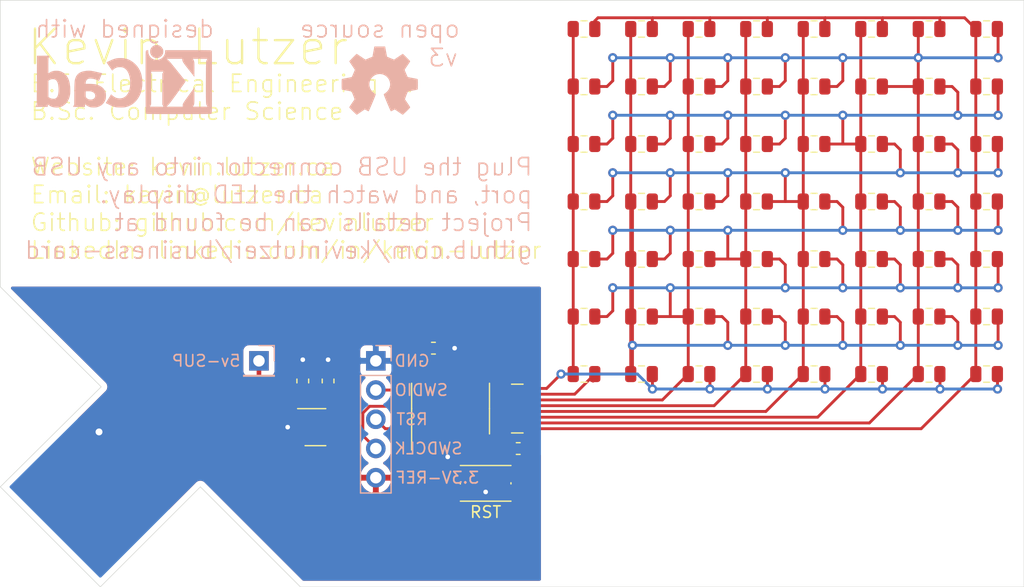
<source format=kicad_pcb>
(kicad_pcb (version 20171130) (host pcbnew "(5.1.5-0-10_14)")
  (layers (0 Top signal) (1 Route2 signal) (2 Route3 signal) (3 Route4 signal) (4 Route5 signal) (5 Route6 signal) (6 Route7 signal) (7 Route8 signal) (8 Route9 signal) (9 Route10 signal) (10 Route11 signal) (11 Route12 signal) (12 Route13 signal) (13 Route14 signal) (14 Route15 signal) (31 Bottom signal) (34 B.Paste user) (35 F.Paste user) (36 B.SilkS user) (37 F.SilkS user) (38 B.Mask user) (39 F.Mask user) (44 Edge.Cuts user))
  (net 0 "")
  (net 1 GND)
  (net 2 +5V)
  (net 3 +3V3)
  (net 4 RST)
  (net 5 SWDIO)
  (net 6 PING)
  (net 7 PINF)
  (net 8 PINE)
  (net 9 PIND)
  (net 10 PINC)
  (net 11 PINB)
  (net 12 PINH)
  (net 13 PINA)
  (net 14 SWDCLK-BOOT0)
  (net 15 "Net-(D1-Pad2)")
  (net 16 "Net-(D1-Pad1)")
  (net 17 "Net-(D10-Pad1)")
  (net 18 "Net-(D10-Pad2)")
  (net 19 "Net-(D11-Pad2)")
  (net 20 "Net-(D12-Pad2)")
  (net 21 "Net-(D13-Pad2)")
  (net 22 "Net-(D14-Pad2)")
  (module Kevin-Lutzer-Kicad-Lbr:USB-A-PCB (layer Top) (at 111.96828 122.5423 45)
    (fp_text reference J3 hide)
    (fp_text value USB_A hide)
    (pad 4 smd rect (at -0.2 -3.5 45) (size 7.5 1.5) (layers Top F.Paste F.Mask) (net 1 GND))
    (pad 3 smd rect (at 0.3 -1 45) (size 6.5 1) (layers Top F.Paste F.Mask))
    (pad 2 smd rect (at 0.3 1 45) (size 6.5 1) (layers Top F.Paste F.Mask))
    (pad 1 smd rect (at -0.2 3.5 45) (size 7.5 1.5) (layers Top F.Paste F.Mask) (net 2 +5V))
  )
  (module Resistor_SMD:R_0805_2012Metric (layer Top) (at 189.75 102 180)
    (fp_text reference D40 hide)
    (fp_text value LED hide)
    (pad 2 smd roundrect (at 0.9375 0 180) (size 0.975 1.4) (layers Top F.Paste F.Mask) (net 16 "Net-(D1-Pad1)"))
    (pad 1 smd roundrect (at -0.9375 0 180) (size 0.975 1.4) (layers Top F.Paste F.Mask) (net 19 "Net-(D11-Pad2)"))
  )
  (module Resistor_SMD:R_0805_2012Metric (layer Top) (at 184.75 102 180)
    (fp_text reference D39 hide)
    (fp_text value LED hide)
    (pad 2 smd roundrect (at 0.9375 0 180) (size 0.975 1.4) (layers Top F.Paste F.Mask) (net 17 "Net-(D10-Pad1)"))
    (pad 1 smd roundrect (at -0.9375 0 180) (size 0.975 1.4) (layers Top F.Paste F.Mask) (net 19 "Net-(D11-Pad2)"))
  )
  (module Resistor_SMD:R_0805_2012Metric (layer Top) (at 179.75 102 180)
    (fp_text reference D38 hide)
    (fp_text value LED hide)
    (pad 2 smd roundrect (at 0.9375 0 180) (size 0.975 1.4) (layers Top F.Paste F.Mask) (net 22 "Net-(D14-Pad2)"))
    (pad 1 smd roundrect (at -0.9375 0 180) (size 0.975 1.4) (layers Top F.Paste F.Mask) (net 19 "Net-(D11-Pad2)"))
  )
  (module Resistor_SMD:R_0805_2012Metric (layer Top) (at 174.75 102 180)
    (fp_text reference D37 hide)
    (fp_text value LED hide)
    (pad 2 smd roundrect (at 0.9375 0 180) (size 0.975 1.4) (layers Top F.Paste F.Mask) (net 21 "Net-(D13-Pad2)"))
    (pad 1 smd roundrect (at -0.9375 0 180) (size 0.975 1.4) (layers Top F.Paste F.Mask) (net 19 "Net-(D11-Pad2)"))
  )
  (module Resistor_SMD:R_0805_2012Metric (layer Top) (at 169.75 102 180)
    (fp_text reference D36 hide)
    (fp_text value LED hide)
    (pad 2 smd roundrect (at 0.9375 0 180) (size 0.975 1.4) (layers Top F.Paste F.Mask) (net 20 "Net-(D12-Pad2)"))
    (pad 1 smd roundrect (at -0.9375 0 180) (size 0.975 1.4) (layers Top F.Paste F.Mask) (net 19 "Net-(D11-Pad2)"))
  )
  (module Resistor_SMD:R_0805_2012Metric (layer Top) (at 164.75 102 180)
    (fp_text reference D35 hide)
    (fp_text value LED hide)
    (pad 2 smd roundrect (at 0.9375 0 180) (size 0.975 1.4) (layers Top F.Paste F.Mask) (net 19 "Net-(D11-Pad2)"))
    (pad 1 smd roundrect (at -0.9375 0 180) (size 0.975 1.4) (layers Top F.Paste F.Mask) (net 20 "Net-(D12-Pad2)"))
  )
  (module Resistor_SMD:R_0805_2012Metric (layer Top) (at 159.75 102 180)
    (fp_text reference D34 hide)
    (fp_text value LED hide)
    (pad 2 smd roundrect (at 0.9375 0 180) (size 0.975 1.4) (layers Top F.Paste F.Mask) (net 18 "Net-(D10-Pad2)"))
    (pad 1 smd roundrect (at -0.9375 0 180) (size 0.975 1.4) (layers Top F.Paste F.Mask) (net 20 "Net-(D12-Pad2)"))
  )
  (module Resistor_SMD:R_0805_2012Metric (layer Top) (at 154.75 102 180)
    (fp_text reference D33 hide)
    (fp_text value LED hide)
    (pad 2 smd roundrect (at 0.9375 0 180) (size 0.975 1.4) (layers Top F.Paste F.Mask) (net 15 "Net-(D1-Pad2)"))
    (pad 1 smd roundrect (at -0.9375 0 180) (size 0.975 1.4) (layers Top F.Paste F.Mask) (net 20 "Net-(D12-Pad2)"))
  )
  (module Resistor_SMD:R_0805_2012Metric (layer Top) (at 189.75 112 180)
    (fp_text reference D56 hide)
    (fp_text value LED hide)
    (pad 2 smd roundrect (at 0.9375 0 180) (size 0.975 1.4) (layers Top F.Paste F.Mask) (net 16 "Net-(D1-Pad1)"))
    (pad 1 smd roundrect (at -0.9375 0 180) (size 0.975 1.4) (layers Top F.Paste F.Mask) (net 15 "Net-(D1-Pad2)"))
  )
  (module Resistor_SMD:R_0805_2012Metric (layer Top) (at 184.75 112 180)
    (fp_text reference D55 hide)
    (fp_text value LED hide)
    (pad 2 smd roundrect (at 0.9375 0 180) (size 0.975 1.4) (layers Top F.Paste F.Mask) (net 17 "Net-(D10-Pad1)"))
    (pad 1 smd roundrect (at -0.9375 0 180) (size 0.975 1.4) (layers Top F.Paste F.Mask) (net 15 "Net-(D1-Pad2)"))
  )
  (module Resistor_SMD:R_0805_2012Metric (layer Top) (at 179.75 112 180)
    (fp_text reference D54 hide)
    (fp_text value LED hide)
    (pad 2 smd roundrect (at 0.9375 0 180) (size 0.975 1.4) (layers Top F.Paste F.Mask) (net 22 "Net-(D14-Pad2)"))
    (pad 1 smd roundrect (at -0.9375 0 180) (size 0.975 1.4) (layers Top F.Paste F.Mask) (net 15 "Net-(D1-Pad2)"))
  )
  (module Resistor_SMD:R_0805_2012Metric (layer Top) (at 174.75 112 180)
    (fp_text reference D53 hide)
    (fp_text value LED hide)
    (pad 2 smd roundrect (at 0.9375 0 180) (size 0.975 1.4) (layers Top F.Paste F.Mask) (net 21 "Net-(D13-Pad2)"))
    (pad 1 smd roundrect (at -0.9375 0 180) (size 0.975 1.4) (layers Top F.Paste F.Mask) (net 15 "Net-(D1-Pad2)"))
  )
  (module Resistor_SMD:R_0805_2012Metric (layer Top) (at 169.75 112 180)
    (fp_text reference D52 hide)
    (fp_text value LED hide)
    (pad 2 smd roundrect (at 0.9375 0 180) (size 0.975 1.4) (layers Top F.Paste F.Mask) (net 20 "Net-(D12-Pad2)"))
    (pad 1 smd roundrect (at -0.9375 0 180) (size 0.975 1.4) (layers Top F.Paste F.Mask) (net 15 "Net-(D1-Pad2)"))
  )
  (module Resistor_SMD:R_0805_2012Metric (layer Top) (at 164.75 112 180)
    (fp_text reference D51 hide)
    (fp_text value LED hide)
    (pad 2 smd roundrect (at 0.9375 0 180) (size 0.975 1.4) (layers Top F.Paste F.Mask) (net 19 "Net-(D11-Pad2)"))
    (pad 1 smd roundrect (at -0.9375 0 180) (size 0.975 1.4) (layers Top F.Paste F.Mask) (net 15 "Net-(D1-Pad2)"))
  )
  (module Resistor_SMD:R_0805_2012Metric (layer Top) (at 159.75 112 180)
    (fp_text reference D50 hide)
    (fp_text value LED hide)
    (pad 2 smd roundrect (at 0.9375 0 180) (size 0.975 1.4) (layers Top F.Paste F.Mask) (net 18 "Net-(D10-Pad2)"))
    (pad 1 smd roundrect (at -0.9375 0 180) (size 0.975 1.4) (layers Top F.Paste F.Mask) (net 15 "Net-(D1-Pad2)"))
  )
  (module Resistor_SMD:R_0805_2012Metric (layer Top) (at 154.75 112 180)
    (fp_text reference D49 hide)
    (fp_text value LED hide)
    (pad 2 smd roundrect (at 0.9375 0 180) (size 0.975 1.4) (layers Top F.Paste F.Mask) (net 15 "Net-(D1-Pad2)"))
    (pad 1 smd roundrect (at -0.9375 0 180) (size 0.975 1.4) (layers Top F.Paste F.Mask) (net 18 "Net-(D10-Pad2)"))
  )
  (module Resistor_SMD:R_0805_2012Metric (layer Top) (at 189.75 107 180)
    (fp_text reference D48 hide)
    (fp_text value LED hide)
    (pad 2 smd roundrect (at 0.9375 0 180) (size 0.975 1.4) (layers Top F.Paste F.Mask) (net 16 "Net-(D1-Pad1)"))
    (pad 1 smd roundrect (at -0.9375 0 180) (size 0.975 1.4) (layers Top F.Paste F.Mask) (net 18 "Net-(D10-Pad2)"))
  )
  (module Resistor_SMD:R_0805_2012Metric (layer Top) (at 184.75 107 180)
    (fp_text reference D47 hide)
    (fp_text value LED hide)
    (pad 2 smd roundrect (at 0.9375 0 180) (size 0.975 1.4) (layers Top F.Paste F.Mask) (net 17 "Net-(D10-Pad1)"))
    (pad 1 smd roundrect (at -0.9375 0 180) (size 0.975 1.4) (layers Top F.Paste F.Mask) (net 18 "Net-(D10-Pad2)"))
  )
  (module Resistor_SMD:R_0805_2012Metric (layer Top) (at 179.75 107 180)
    (fp_text reference D46 hide)
    (fp_text value LED hide)
    (pad 2 smd roundrect (at 0.9375 0 180) (size 0.975 1.4) (layers Top F.Paste F.Mask) (net 22 "Net-(D14-Pad2)"))
    (pad 1 smd roundrect (at -0.9375 0 180) (size 0.975 1.4) (layers Top F.Paste F.Mask) (net 18 "Net-(D10-Pad2)"))
  )
  (module Resistor_SMD:R_0805_2012Metric (layer Top) (at 174.75 107 180)
    (fp_text reference D45 hide)
    (fp_text value LED hide)
    (pad 2 smd roundrect (at 0.9375 0 180) (size 0.975 1.4) (layers Top F.Paste F.Mask) (net 21 "Net-(D13-Pad2)"))
    (pad 1 smd roundrect (at -0.9375 0 180) (size 0.975 1.4) (layers Top F.Paste F.Mask) (net 18 "Net-(D10-Pad2)"))
  )
  (module Resistor_SMD:R_0805_2012Metric (layer Top) (at 169.75 107 180)
    (fp_text reference D44 hide)
    (fp_text value LED hide)
    (pad 2 smd roundrect (at 0.9375 0 180) (size 0.975 1.4) (layers Top F.Paste F.Mask) (net 20 "Net-(D12-Pad2)"))
    (pad 1 smd roundrect (at -0.9375 0 180) (size 0.975 1.4) (layers Top F.Paste F.Mask) (net 18 "Net-(D10-Pad2)"))
  )
  (module Resistor_SMD:R_0805_2012Metric (layer Top) (at 164.75 107 180)
    (fp_text reference D43 hide)
    (fp_text value LED hide)
    (pad 2 smd roundrect (at 0.9375 0 180) (size 0.975 1.4) (layers Top F.Paste F.Mask) (net 19 "Net-(D11-Pad2)"))
    (pad 1 smd roundrect (at -0.9375 0 180) (size 0.975 1.4) (layers Top F.Paste F.Mask) (net 18 "Net-(D10-Pad2)"))
  )
  (module Resistor_SMD:R_0805_2012Metric (layer Top) (at 159.75 107 180)
    (fp_text reference D42 hide)
    (fp_text value LED hide)
    (pad 2 smd roundrect (at 0.9375 0 180) (size 0.975 1.4) (layers Top F.Paste F.Mask) (net 18 "Net-(D10-Pad2)"))
    (pad 1 smd roundrect (at -0.9375 0 180) (size 0.975 1.4) (layers Top F.Paste F.Mask) (net 19 "Net-(D11-Pad2)"))
  )
  (module Resistor_SMD:R_0805_2012Metric (layer Top) (at 154.75 107 180)
    (fp_text reference D41 hide)
    (fp_text value LED hide)
    (pad 2 smd roundrect (at 0.9375 0 180) (size 0.975 1.4) (layers Top F.Paste F.Mask) (net 15 "Net-(D1-Pad2)"))
    (pad 1 smd roundrect (at -0.9375 0 180) (size 0.975 1.4) (layers Top F.Paste F.Mask) (net 19 "Net-(D11-Pad2)"))
  )
  (module Resistor_SMD:R_0805_2012Metric (layer Top) (at 189.75 97 180)
    (fp_text reference D32 hide)
    (fp_text value LED hide)
    (pad 2 smd roundrect (at 0.9375 0 180) (size 0.975 1.4) (layers Top F.Paste F.Mask) (net 16 "Net-(D1-Pad1)"))
    (pad 1 smd roundrect (at -0.9375 0 180) (size 0.975 1.4) (layers Top F.Paste F.Mask) (net 20 "Net-(D12-Pad2)"))
  )
  (module Resistor_SMD:R_0805_2012Metric (layer Top) (at 184.75 97 180)
    (fp_text reference D31 hide)
    (fp_text value LED hide)
    (pad 2 smd roundrect (at 0.9375 0 180) (size 0.975 1.4) (layers Top F.Paste F.Mask) (net 17 "Net-(D10-Pad1)"))
    (pad 1 smd roundrect (at -0.9375 0 180) (size 0.975 1.4) (layers Top F.Paste F.Mask) (net 20 "Net-(D12-Pad2)"))
  )
  (module Resistor_SMD:R_0805_2012Metric (layer Top) (at 179.75 97 180)
    (fp_text reference D30 hide)
    (fp_text value LED hide)
    (pad 2 smd roundrect (at 0.9375 0 180) (size 0.975 1.4) (layers Top F.Paste F.Mask) (net 22 "Net-(D14-Pad2)"))
    (pad 1 smd roundrect (at -0.9375 0 180) (size 0.975 1.4) (layers Top F.Paste F.Mask) (net 20 "Net-(D12-Pad2)"))
  )
  (module Resistor_SMD:R_0805_2012Metric (layer Top) (at 174.75 97 180)
    (fp_text reference D29 hide)
    (fp_text value LED hide)
    (pad 2 smd roundrect (at 0.9375 0 180) (size 0.975 1.4) (layers Top F.Paste F.Mask) (net 21 "Net-(D13-Pad2)"))
    (pad 1 smd roundrect (at -0.9375 0 180) (size 0.975 1.4) (layers Top F.Paste F.Mask) (net 20 "Net-(D12-Pad2)"))
  )
  (module Resistor_SMD:R_0805_2012Metric (layer Top) (at 169.75 97 180)
    (fp_text reference D28 hide)
    (fp_text value LED hide)
    (pad 2 smd roundrect (at 0.9375 0 180) (size 0.975 1.4) (layers Top F.Paste F.Mask) (net 20 "Net-(D12-Pad2)"))
    (pad 1 smd roundrect (at -0.9375 0 180) (size 0.975 1.4) (layers Top F.Paste F.Mask) (net 21 "Net-(D13-Pad2)"))
  )
  (module Resistor_SMD:R_0805_2012Metric (layer Top) (at 164.75 97 180)
    (fp_text reference D27 hide)
    (fp_text value LED hide)
    (pad 2 smd roundrect (at 0.9375 0 180) (size 0.975 1.4) (layers Top F.Paste F.Mask) (net 19 "Net-(D11-Pad2)"))
    (pad 1 smd roundrect (at -0.9375 0 180) (size 0.975 1.4) (layers Top F.Paste F.Mask) (net 21 "Net-(D13-Pad2)"))
  )
  (module Resistor_SMD:R_0805_2012Metric (layer Top) (at 159.75 97 180)
    (fp_text reference D26 hide)
    (fp_text value LED hide)
    (pad 2 smd roundrect (at 0.9375 0 180) (size 0.975 1.4) (layers Top F.Paste F.Mask) (net 18 "Net-(D10-Pad2)"))
    (pad 1 smd roundrect (at -0.9375 0 180) (size 0.975 1.4) (layers Top F.Paste F.Mask) (net 21 "Net-(D13-Pad2)"))
  )
  (module Resistor_SMD:R_0805_2012Metric (layer Top) (at 154.75 97 180)
    (fp_text reference D25 hide)
    (fp_text value LED hide)
    (pad 2 smd roundrect (at 0.9375 0 180) (size 0.975 1.4) (layers Top F.Paste F.Mask) (net 15 "Net-(D1-Pad2)"))
    (pad 1 smd roundrect (at -0.9375 0 180) (size 0.975 1.4) (layers Top F.Paste F.Mask) (net 21 "Net-(D13-Pad2)"))
  )
  (module Resistor_SMD:R_0805_2012Metric (layer Top) (at 189.75 92 180)
    (fp_text reference D24 hide)
    (fp_text value LED hide)
    (pad 2 smd roundrect (at 0.9375 0 180) (size 0.975 1.4) (layers Top F.Paste F.Mask) (net 16 "Net-(D1-Pad1)"))
    (pad 1 smd roundrect (at -0.9375 0 180) (size 0.975 1.4) (layers Top F.Paste F.Mask) (net 21 "Net-(D13-Pad2)"))
  )
  (module Resistor_SMD:R_0805_2012Metric (layer Top) (at 184.75 92 180)
    (fp_text reference D23 hide)
    (fp_text value LED hide)
    (pad 2 smd roundrect (at 0.9375 0 180) (size 0.975 1.4) (layers Top F.Paste F.Mask) (net 17 "Net-(D10-Pad1)"))
    (pad 1 smd roundrect (at -0.9375 0 180) (size 0.975 1.4) (layers Top F.Paste F.Mask) (net 21 "Net-(D13-Pad2)"))
  )
  (module Resistor_SMD:R_0805_2012Metric (layer Top) (at 179.75 92 180)
    (fp_text reference D22 hide)
    (fp_text value LED hide)
    (pad 2 smd roundrect (at 0.9375 0 180) (size 0.975 1.4) (layers Top F.Paste F.Mask) (net 22 "Net-(D14-Pad2)"))
    (pad 1 smd roundrect (at -0.9375 0 180) (size 0.975 1.4) (layers Top F.Paste F.Mask) (net 21 "Net-(D13-Pad2)"))
  )
  (module Resistor_SMD:R_0805_2012Metric (layer Top) (at 174.75 92 180)
    (fp_text reference D21 hide)
    (fp_text value LED hide)
    (pad 2 smd roundrect (at 0.9375 0 180) (size 0.975 1.4) (layers Top F.Paste F.Mask) (net 21 "Net-(D13-Pad2)"))
    (pad 1 smd roundrect (at -0.9375 0 180) (size 0.975 1.4) (layers Top F.Paste F.Mask) (net 22 "Net-(D14-Pad2)"))
  )
  (module Resistor_SMD:R_0805_2012Metric (layer Top) (at 169.75 92 180)
    (fp_text reference D20 hide)
    (fp_text value LED hide)
    (pad 2 smd roundrect (at 0.9375 0 180) (size 0.975 1.4) (layers Top F.Paste F.Mask) (net 20 "Net-(D12-Pad2)"))
    (pad 1 smd roundrect (at -0.9375 0 180) (size 0.975 1.4) (layers Top F.Paste F.Mask) (net 22 "Net-(D14-Pad2)"))
  )
  (module Resistor_SMD:R_0805_2012Metric (layer Top) (at 164.75 92 180)
    (fp_text reference D19 hide)
    (fp_text value LED hide)
    (pad 2 smd roundrect (at 0.9375 0 180) (size 0.975 1.4) (layers Top F.Paste F.Mask) (net 19 "Net-(D11-Pad2)"))
    (pad 1 smd roundrect (at -0.9375 0 180) (size 0.975 1.4) (layers Top F.Paste F.Mask) (net 22 "Net-(D14-Pad2)"))
  )
  (module Resistor_SMD:R_0805_2012Metric (layer Top) (at 159.75 92 180)
    (fp_text reference D18 hide)
    (fp_text value LED hide)
    (pad 2 smd roundrect (at 0.9375 0 180) (size 0.975 1.4) (layers Top F.Paste F.Mask) (net 18 "Net-(D10-Pad2)"))
    (pad 1 smd roundrect (at -0.9375 0 180) (size 0.975 1.4) (layers Top F.Paste F.Mask) (net 22 "Net-(D14-Pad2)"))
  )
  (module Resistor_SMD:R_0805_2012Metric (layer Top) (at 154.75 92 180)
    (fp_text reference D17 hide)
    (fp_text value LED hide)
    (pad 2 smd roundrect (at 0.9375 0 180) (size 0.975 1.4) (layers Top F.Paste F.Mask) (net 15 "Net-(D1-Pad2)"))
    (pad 1 smd roundrect (at -0.9375 0 180) (size 0.975 1.4) (layers Top F.Paste F.Mask) (net 22 "Net-(D14-Pad2)"))
  )
  (module Resistor_SMD:R_0805_2012Metric (layer Top) (at 189.75 87 180)
    (fp_text reference D16 hide)
    (fp_text value LED hide)
    (pad 2 smd roundrect (at 0.9375 0 180) (size 0.975 1.4) (layers Top F.Paste F.Mask) (net 16 "Net-(D1-Pad1)"))
    (pad 1 smd roundrect (at -0.9375 0 180) (size 0.975 1.4) (layers Top F.Paste F.Mask) (net 22 "Net-(D14-Pad2)"))
  )
  (module Resistor_SMD:R_0805_2012Metric (layer Top) (at 184.75 87 180)
    (fp_text reference D15 hide)
    (fp_text value LED hide)
    (pad 2 smd roundrect (at 0.9375 0 180) (size 0.975 1.4) (layers Top F.Paste F.Mask) (net 17 "Net-(D10-Pad1)"))
    (pad 1 smd roundrect (at -0.9375 0 180) (size 0.975 1.4) (layers Top F.Paste F.Mask) (net 22 "Net-(D14-Pad2)"))
  )
  (module Resistor_SMD:R_0805_2012Metric (layer Top) (at 179.75 87 180)
    (fp_text reference D14 hide)
    (fp_text value LED hide)
    (pad 2 smd roundrect (at 0.9375 0 180) (size 0.975 1.4) (layers Top F.Paste F.Mask) (net 22 "Net-(D14-Pad2)"))
    (pad 1 smd roundrect (at -0.9375 0 180) (size 0.975 1.4) (layers Top F.Paste F.Mask) (net 17 "Net-(D10-Pad1)"))
  )
  (module Resistor_SMD:R_0805_2012Metric (layer Top) (at 174.75 87 180)
    (fp_text reference D13 hide)
    (fp_text value LED hide)
    (pad 2 smd roundrect (at 0.9375 0 180) (size 0.975 1.4) (layers Top F.Paste F.Mask) (net 21 "Net-(D13-Pad2)"))
    (pad 1 smd roundrect (at -0.9375 0 180) (size 0.975 1.4) (layers Top F.Paste F.Mask) (net 17 "Net-(D10-Pad1)"))
  )
  (module Resistor_SMD:R_0805_2012Metric (layer Top) (at 169.75 87 180)
    (fp_text reference D12 hide)
    (fp_text value LED hide)
    (pad 2 smd roundrect (at 0.9375 0 180) (size 0.975 1.4) (layers Top F.Paste F.Mask) (net 20 "Net-(D12-Pad2)"))
    (pad 1 smd roundrect (at -0.9375 0 180) (size 0.975 1.4) (layers Top F.Paste F.Mask) (net 17 "Net-(D10-Pad1)"))
  )
  (module Resistor_SMD:R_0805_2012Metric (layer Top) (at 164.75 87 180)
    (fp_text reference D11 hide)
    (fp_text value LED hide)
    (pad 2 smd roundrect (at 0.9375 0 180) (size 0.975 1.4) (layers Top F.Paste F.Mask) (net 19 "Net-(D11-Pad2)"))
    (pad 1 smd roundrect (at -0.9375 0 180) (size 0.975 1.4) (layers Top F.Paste F.Mask) (net 17 "Net-(D10-Pad1)"))
  )
  (module Resistor_SMD:R_0805_2012Metric (layer Top) (at 159.75 87 180)
    (fp_text reference D10 hide)
    (fp_text value LED hide)
    (pad 2 smd roundrect (at 0.9375 0 180) (size 0.975 1.4) (layers Top F.Paste F.Mask) (net 18 "Net-(D10-Pad2)"))
    (pad 1 smd roundrect (at -0.9375 0 180) (size 0.975 1.4) (layers Top F.Paste F.Mask) (net 17 "Net-(D10-Pad1)"))
  )
  (module Resistor_SMD:R_0805_2012Metric (layer Top) (at 154.75 87 180)
    (fp_text reference D9 hide)
    (fp_text value LED hide)
    (pad 2 smd roundrect (at 0.9375 0 180) (size 0.975 1.4) (layers Top F.Paste F.Mask) (net 15 "Net-(D1-Pad2)"))
    (pad 1 smd roundrect (at -0.9375 0 180) (size 0.975 1.4) (layers Top F.Paste F.Mask) (net 17 "Net-(D10-Pad1)"))
  )
  (module Resistor_SMD:R_0805_2012Metric (layer Top) (at 189.75 82 180)
    (fp_text reference D8 hide)
    (fp_text value LED hide)
    (pad 2 smd roundrect (at 0.9375 0 180) (size 0.975 1.4) (layers Top F.Paste F.Mask) (net 16 "Net-(D1-Pad1)"))
    (pad 1 smd roundrect (at -0.9375 0 180) (size 0.975 1.4) (layers Top F.Paste F.Mask) (net 17 "Net-(D10-Pad1)"))
  )
  (module Resistor_SMD:R_0805_2012Metric (layer Top) (at 184.75 82 180)
    (fp_text reference D7 hide)
    (fp_text value LED hide)
    (pad 2 smd roundrect (at 0.9375 0 180) (size 0.975 1.4) (layers Top F.Paste F.Mask) (net 17 "Net-(D10-Pad1)"))
    (pad 1 smd roundrect (at -0.9375 0 180) (size 0.975 1.4) (layers Top F.Paste F.Mask) (net 16 "Net-(D1-Pad1)"))
  )
  (module Resistor_SMD:R_0805_2012Metric (layer Top) (at 179.75 82 180)
    (fp_text reference D6 hide)
    (fp_text value LED hide)
    (pad 2 smd roundrect (at 0.9375 0 180) (size 0.975 1.4) (layers Top F.Paste F.Mask) (net 22 "Net-(D14-Pad2)"))
    (pad 1 smd roundrect (at -0.9375 0 180) (size 0.975 1.4) (layers Top F.Paste F.Mask) (net 16 "Net-(D1-Pad1)"))
  )
  (module Resistor_SMD:R_0805_2012Metric (layer Top) (at 174.75 82 180)
    (fp_text reference D5 hide)
    (fp_text value LED hide)
    (pad 2 smd roundrect (at 0.9375 0 180) (size 0.975 1.4) (layers Top F.Paste F.Mask) (net 21 "Net-(D13-Pad2)"))
    (pad 1 smd roundrect (at -0.9375 0 180) (size 0.975 1.4) (layers Top F.Paste F.Mask) (net 16 "Net-(D1-Pad1)"))
  )
  (module Resistor_SMD:R_0805_2012Metric (layer Top) (at 169.75 82 180)
    (fp_text reference D4 hide)
    (fp_text value LED hide)
    (pad 2 smd roundrect (at 0.9375 0 180) (size 0.975 1.4) (layers Top F.Paste F.Mask) (net 20 "Net-(D12-Pad2)"))
    (pad 1 smd roundrect (at -0.9375 0 180) (size 0.975 1.4) (layers Top F.Paste F.Mask) (net 16 "Net-(D1-Pad1)"))
  )
  (module Resistor_SMD:R_0805_2012Metric (layer Top) (at 164.75 82 180)
    (fp_text reference D3 hide)
    (fp_text value LED hide)
    (pad 2 smd roundrect (at 0.9375 0 180) (size 0.975 1.4) (layers Top F.Paste F.Mask) (net 19 "Net-(D11-Pad2)"))
    (pad 1 smd roundrect (at -0.9375 0 180) (size 0.975 1.4) (layers Top F.Paste F.Mask) (net 16 "Net-(D1-Pad1)"))
  )
  (module Resistor_SMD:R_0805_2012Metric (layer Top) (at 159.75 82 180)
    (fp_text reference D2 hide)
    (fp_text value LED hide)
    (pad 2 smd roundrect (at 0.9375 0 180) (size 0.975 1.4) (layers Top F.Paste F.Mask) (net 18 "Net-(D10-Pad2)"))
    (pad 1 smd roundrect (at -0.9375 0 180) (size 0.975 1.4) (layers Top F.Paste F.Mask) (net 16 "Net-(D1-Pad1)"))
  )
  (module Resistor_SMD:R_0805_2012Metric (layer Top) (at 154.75 82 180)
    (fp_text reference D1 hide)
    (fp_text value LED hide)
    (pad 2 smd roundrect (at 0.9375 0 180) (size 0.975 1.4) (layers Top F.Paste F.Mask) (net 15 "Net-(D1-Pad2)"))
    (pad 1 smd roundrect (at -0.9375 0 180) (size 0.975 1.4) (layers Top F.Paste F.Mask) (net 16 "Net-(D1-Pad1)"))
  )
  (module Resistor_SMD:R_0603_1608Metric (layer Top) (at 149.03 118.475 180)
    (fp_text reference R2 hide)
    (fp_text value 10K hide)
    (pad 2 smd roundrect (at 0.7875 0 180) (size 0.875 0.95) (layers Top F.Paste F.Mask) (net 4 RST))
    (pad 1 smd roundrect (at -0.7875 0 180) (size 0.875 0.95) (layers Top F.Paste F.Mask) (net 3 +3V3))
  )
  (module Symbol:OSHW-Symbol_6.7x6mm_SilkScreen (layer Bottom) (at 137 86.5 180)
    (fp_text reference REF** hide)
    (fp_text value OSHW-Symbol_6.7x6mm_SilkScreen hide)
  )
  (module Symbol:KiCad-Logo_6mm_SilkScreen (layer Bottom) (at 114.74 86.37 180)
    (fp_text reference REF** hide)
    (fp_text value KiCad-Logo_6mm_SilkScreen hide)
  )
  (module Connector_PinHeader_2.54mm:PinHeader_1x01_P2.54mm_Vertical (layer Bottom) (at 126.49 110.85 180)
    (fp_text reference J2 hide)
    (fp_text value Conn_01x01_Male hide)
    (pad 1 thru_hole rect (at 0 0 180) (size 1.7 1.7) (drill 1) (layers *.Cu *.Mask) (net 2 +5V))
  )
  (module Resistor_SMD:R_Array_Convex_8x0602 (layer Top) (at 148.95 115)
    (fp_text reference RN1 hide)
    (fp_text value R_Pack08 hide)
    (pad 10 smd rect (at 0.9 1.25) (size 0.8 0.3) (layers Top F.Paste F.Mask) (net 17 "Net-(D10-Pad1)"))
    (pad 12 smd rect (at 0.9 0.25) (size 0.8 0.3) (layers Top F.Paste F.Mask) (net 21 "Net-(D13-Pad2)"))
    (pad 11 smd rect (at 0.9 0.75) (size 0.8 0.3) (layers Top F.Paste F.Mask) (net 22 "Net-(D14-Pad2)"))
    (pad 13 smd rect (at 0.9 -0.25) (size 0.8 0.3) (layers Top F.Paste F.Mask) (net 20 "Net-(D12-Pad2)"))
    (pad 14 smd rect (at 0.9 -0.75) (size 0.8 0.3) (layers Top F.Paste F.Mask) (net 19 "Net-(D11-Pad2)"))
    (pad 15 smd rect (at 0.9 -1.25) (size 0.8 0.3) (layers Top F.Paste F.Mask) (net 18 "Net-(D10-Pad2)"))
    (pad 7 smd rect (at -0.9 1.25) (size 0.8 0.3) (layers Top F.Paste F.Mask) (net 11 PINB))
    (pad 6 smd rect (at -0.9 0.75) (size 0.8 0.3) (layers Top F.Paste F.Mask) (net 10 PINC))
    (pad 5 smd rect (at -0.9 0.25) (size 0.8 0.3) (layers Top F.Paste F.Mask) (net 9 PIND))
    (pad 4 smd rect (at -0.9 -0.25) (size 0.8 0.3) (layers Top F.Paste F.Mask) (net 8 PINE))
    (pad 3 smd rect (at -0.9 -0.75) (size 0.8 0.3) (layers Top F.Paste F.Mask) (net 7 PINF))
    (pad 2 smd rect (at -0.9 -1.25) (size 0.8 0.3) (layers Top F.Paste F.Mask) (net 6 PING))
    (pad 9 smd rect (at 0.9 1.75) (size 0.8 0.3) (layers Top F.Paste F.Mask) (net 16 "Net-(D1-Pad1)"))
    (pad 8 smd rect (at -0.9 1.75) (size 0.8 0.3) (layers Top F.Paste F.Mask) (net 13 PINA))
    (pad 16 smd rect (at 0.9 -1.75) (size 0.8 0.3) (layers Top F.Paste F.Mask) (net 15 "Net-(D1-Pad2)"))
    (pad 1 smd rect (at -0.9 -1.75) (size 0.8 0.3) (layers Top F.Paste F.Mask) (net 12 PINH))
  )
  (module Package_SO:TSSOP-20_4.4x6.5mm_P0.65mm (layer Top) (at 143.1475 115.0005 90)
    (fp_text reference U2 hide)
    (fp_text value STM32G030F6P6 hide)
    (pad 20 smd roundrect (at 2.8625 -2.925 90) (size 1.475 0.4) (layers Top F.Paste F.Mask))
    (pad 19 smd roundrect (at 2.8625 -2.275 90) (size 1.475 0.4) (layers Top F.Paste F.Mask) (net 14 SWDCLK-BOOT0))
    (pad 18 smd roundrect (at 2.8625 -1.625 90) (size 1.475 0.4) (layers Top F.Paste F.Mask) (net 5 SWDIO))
    (pad 17 smd roundrect (at 2.8625 -0.975 90) (size 1.475 0.4) (layers Top F.Paste F.Mask))
    (pad 16 smd roundrect (at 2.8625 -0.325 90) (size 1.475 0.4) (layers Top F.Paste F.Mask))
    (pad 15 smd roundrect (at 2.8625 0.325 90) (size 1.475 0.4) (layers Top F.Paste F.Mask))
    (pad 14 smd roundrect (at 2.8625 0.975 90) (size 1.475 0.4) (layers Top F.Paste F.Mask) (net 12 PINH))
    (pad 13 smd roundrect (at 2.8625 1.625 90) (size 1.475 0.4) (layers Top F.Paste F.Mask) (net 6 PING))
    (pad 12 smd roundrect (at 2.8625 2.275 90) (size 1.475 0.4) (layers Top F.Paste F.Mask) (net 7 PINF))
    (pad 11 smd roundrect (at 2.8625 2.925 90) (size 1.475 0.4) (layers Top F.Paste F.Mask) (net 8 PINE))
    (pad 10 smd roundrect (at -2.8625 2.925 90) (size 1.475 0.4) (layers Top F.Paste F.Mask) (net 9 PIND))
    (pad 9 smd roundrect (at -2.8625 2.275 90) (size 1.475 0.4) (layers Top F.Paste F.Mask) (net 10 PINC))
    (pad 8 smd roundrect (at -2.8625 1.625 90) (size 1.475 0.4) (layers Top F.Paste F.Mask) (net 11 PINB))
    (pad 7 smd roundrect (at -2.8625 0.975 90) (size 1.475 0.4) (layers Top F.Paste F.Mask) (net 13 PINA))
    (pad 6 smd roundrect (at -2.8625 0.325 90) (size 1.475 0.4) (layers Top F.Paste F.Mask) (net 4 RST))
    (pad 5 smd roundrect (at -2.8625 -0.325 90) (size 1.475 0.4) (layers Top F.Paste F.Mask) (net 1 GND))
    (pad 4 smd roundrect (at -2.8625 -0.975 90) (size 1.475 0.4) (layers Top F.Paste F.Mask) (net 3 +3V3))
    (pad 3 smd roundrect (at -2.8625 -1.625 90) (size 1.475 0.4) (layers Top F.Paste F.Mask))
    (pad 2 smd roundrect (at -2.8625 -2.275 90) (size 1.475 0.4) (layers Top F.Paste F.Mask))
    (pad 1 smd roundrect (at -2.8625 -2.925 90) (size 1.475 0.4) (layers Top F.Paste F.Mask))
  )
  (module Button_Switch_SMD:SW_Push_1P1T_NO_CK_KMR2 (layer Top) (at 146.2 121.5)
    (fp_text reference SW1 hide)
    (fp_text value SW_SPST hide)
    (pad 2 smd rect (at 2.05 0.8) (size 0.9 1) (layers Top F.Paste F.Mask) (net 1 GND))
    (pad 1 smd rect (at 2.05 -0.8) (size 0.9 1) (layers Top F.Paste F.Mask) (net 4 RST))
    (pad 2 smd rect (at -2.05 0.8) (size 0.9 1) (layers Top F.Paste F.Mask) (net 1 GND))
    (pad 1 smd rect (at -2.05 -0.8) (size 0.9 1) (layers Top F.Paste F.Mask) (net 4 RST))
  )
  (module Resistor_SMD:R_0603_1608Metric (layer Top) (at 141.66 109.75)
    (fp_text reference R1 hide)
    (fp_text value 10K hide)
    (pad 2 smd roundrect (at 0.7875 0) (size 0.875 0.95) (layers Top F.Paste F.Mask) (net 1 GND))
    (pad 1 smd roundrect (at -0.7875 0) (size 0.875 0.95) (layers Top F.Paste F.Mask) (net 14 SWDCLK-BOOT0))
  )
  (module Capacitor_SMD:C_0603_1608Metric (layer Top) (at 132.5 112.6 90)
    (fp_text reference C3 hide)
    (fp_text value 1u hide)
    (pad 2 smd roundrect (at 0.7875 0 90) (size 0.875 0.95) (layers Top F.Paste F.Mask) (net 1 GND))
    (pad 1 smd roundrect (at -0.7875 0 90) (size 0.875 0.95) (layers Top F.Paste F.Mask) (net 3 +3V3))
  )
  (module Capacitor_SMD:C_0603_1608Metric (layer Top) (at 130.3 112.6 90)
    (fp_text reference C2 hide)
    (fp_text value 1u hide)
    (pad 1 smd roundrect (at -0.7875 0 90) (size 0.875 0.95) (layers Top F.Paste F.Mask) (net 2 +5V))
    (pad 2 smd roundrect (at 0.7875 0 90) (size 0.875 0.95) (layers Top F.Paste F.Mask) (net 1 GND))
  )
  (module Package_TO_SOT_SMD:SOT-23-5 (layer Top) (at 131.4 116.615)
    (fp_text reference U1 hide)
    (fp_text value MIC5504-3.3YM5 hide)
    (pad 5 smd rect (at 1.1 -0.95) (size 1.06 0.65) (layers Top F.Paste F.Mask) (net 3 +3V3))
    (pad 4 smd rect (at 1.1 0.95) (size 1.06 0.65) (layers Top F.Paste F.Mask))
    (pad 3 smd rect (at -1.1 0.95) (size 1.06 0.65) (layers Top F.Paste F.Mask) (net 2 +5V))
    (pad 2 smd rect (at -1.1 0) (size 1.06 0.65) (layers Top F.Paste F.Mask) (net 1 GND))
    (pad 1 smd rect (at -1.1 -0.95) (size 1.06 0.65) (layers Top F.Paste F.Mask) (net 2 +5V))
  )
  (module Connector_PinHeader_2.54mm:PinHeader_1x05_P2.54mm_Vertical (layer Bottom) (at 136.65 110.85 180)
    (fp_text reference J1 hide)
    (fp_text value Conn_01x05_Male hide)
    (pad 5 thru_hole oval (at 0 -10.16 180) (size 1.7 1.7) (drill 1) (layers *.Cu *.Mask) (net 3 +3V3))
    (pad 4 thru_hole oval (at 0 -7.62 180) (size 1.7 1.7) (drill 1) (layers *.Cu *.Mask) (net 5 SWDIO))
    (pad 3 thru_hole oval (at 0 -5.08 180) (size 1.7 1.7) (drill 1) (layers *.Cu *.Mask) (net 4 RST))
    (pad 2 thru_hole oval (at 0 -2.54 180) (size 1.7 1.7) (drill 1) (layers *.Cu *.Mask) (net 14 SWDCLK-BOOT0))
    (pad 1 thru_hole rect (at 0 0 180) (size 1.7 1.7) (drill 1) (layers *.Cu *.Mask) (net 1 GND))
  )
  (gr_text RST (at 146.2 124) (layer F.SilkS) (effects (font (size 1 1) (thickness 0.14224))))
  (gr_text 5v-SUP (at 121.9 110.85) (layer B.SilkS) (effects (font (size 1 1) (thickness 0.14224)) (justify mirror)))
  (gr_text 3.3V-REF (at 142 121.01) (layer B.SilkS) (effects (font (size 1 1)) (justify mirror)))
  (gr_text SWDIO (at 140.6 113.39) (layer B.SilkS) (effects (font (size 1 1) (thickness 0.14224)) (justify mirror)))
  (gr_text RST (at 139.8 115.93) (layer B.SilkS) (effects (font (size 1 1) (thickness 0.14224)) (justify mirror)))
  (gr_text "SWDCLK\n" (at 141.224 118.47) (layer B.SilkS) (effects (font (size 1 1) (thickness 0.14224)) (justify mirror)))
  (gr_text GND (at 139.8 110.85) (layer B.SilkS) (effects (font (size 1 1) (thickness 0.14224)) (justify mirror)))
  (gr_text "open source" (at 137 82) (layer B.SilkS) (effects (font (size 1.5 1.5) (thickness 0.14224)) (justify mirror)))
  (gr_text "designed with" (at 114.808 82) (layer B.SilkS) (effects (font (size 1.5 1.5) (thickness 0.14224)) (justify mirror)))
  (gr_text v3 (at 142.5 84.5) (layer B.SilkS) (effects (font (size 1.5 1.5) (thickness 0.14224)) (justify mirror)))
  (gr_line (start 104.0011 79.5036) (end 104.0011 104.41136) (layer Edge.Cuts) (width 0.05))
  (gr_line (start 104.0011 104.41136) (end 112.774953 113.108772) (layer Edge.Cuts) (width 0.05))
  (gr_line (start 112.774953 113.108772) (end 104.0011 121.806188) (layer Edge.Cuts) (width 0.05))
  (gr_line (start 104.0011 121.806188) (end 112.698512 130.5036) (layer Edge.Cuts) (width 0.05))
  (gr_line (start 112.698512 130.5036) (end 121.395928 121.806188) (layer Edge.Cuts) (width 0.05))
  (gr_line (start 121.395928 121.806188) (end 130.09334 130.5036) (layer Edge.Cuts) (width 0.05))
  (gr_line (start 130.09334 130.5036) (end 193.0011 130.5036) (layer Edge.Cuts) (width 0.05))
  (gr_line (start 193.0011 130.5036) (end 193.0011 79.5036) (layer Edge.Cuts) (width 0.05))
  (gr_line (start 193.0011 79.5036) (end 104.0011 79.5036) (layer Edge.Cuts) (width 0.05))
  (gr_text "Kevin Lutzer" (at 106.172 85.344) (layer F.SilkS) (effects (font (size 3 3) (thickness 0.2032)) (justify left bottom)))
  (gr_text "B.E. Electrical Engineering &\nB.Sc. Computer Science\n\nWebsite: kevin.lutzer.ca\nEmail: kevin@lutzer.ca\nGithub: github.com/kevinlutzer\nLinkedIn: linkedin.com/in/kevin-lutzer" (at 106.5411 102.108) (layer F.SilkS) (effects (font (size 1.5 1.5) (thickness 0.14224)) (justify left bottom)))
  (gr_text "Plug the USB connector into any USB\nport, and watch the LED display.\nProject details can be found at \ngithub.com/kevinlutzer/business-card" (at 150.368 102.108) (layer B.SilkS) (effects (font (size 1.5 1.5) (thickness 0.14224)) (justify left bottom mirror)))
  (segment (start 109.334205 120.221548) (end 109.334205 120.218295) (width 0.25) (layer Top) (net 1))
  (segment (start 109.334205 120.218295) (end 109.397705 120.218295) (width 0.25) (layer Top) (net 1))
  (segment (start 109.334205 120.221548) (end 109.394452 120.221548) (width 0.4) (layer Top) (net 1))
  (segment (start 109.394452 120.221548) (end 112.5855 117.0305) (width 0.4) (layer Top) (net 1))
  (via (at 112.5855 117.0305) (size 1.2) (drill 0.6) (layers Top Bottom) (net 1))
  (segment (start 144.35 122.25) (end 148.45 122.25) (width 0.25) (layer Top) (net 1))
  (via (at 142.9 119.2) (size 0.8) (drill 0.4) (layers Top Bottom) (net 1))
  (segment (start 142.8225 119.1225) (end 142.9 119.2) (width 0.25) (layer Top) (net 1))
  (segment (start 142.8225 117.863) (end 142.8225 119.1225) (width 0.25) (layer Top) (net 1))
  (via (at 146.2 122.25) (size 0.8) (drill 0.4) (layers Top Bottom) (net 1))
  (via (at 130.3 110.75) (size 0.8) (drill 0.4) (layers Top Bottom) (net 1))
  (via (at 132.5 110.75) (size 0.8) (drill 0.4) (layers Top Bottom) (net 1))
  (via (at 143.5 109.75) (size 0.8) (drill 0.4) (layers Top Bottom) (net 1))
  (segment (start 142.4475 109.75) (end 143.5 109.75) (width 0.25) (layer Top) (net 1))
  (segment (start 130.3 116.615) (end 128.987 116.615) (width 0.4) (layer Top) (net 1))
  (via (at 128.987 116.615) (size 0.8) (drill 0.4) (layers Top Bottom) (net 1))
  (segment (start 132.5 110.75) (end 132.5 111.8125) (width 0.4) (layer Top) (net 1))
  (segment (start 130.3 110.75) (end 130.3 111.8125) (width 0.4) (layer Top) (net 1))
  (segment (start 117.25 122.25) (end 114.301732 125.158595) (width 0.4) (layer Top) (net 2))
  (segment (start 123.261554 116.238446) (end 117.25 122.25) (width 0.4) (layer Top) (net 2))
  (segment (start 126.49 116.01) (end 126.49 110.85) (width 0.4) (layer Top) (net 2))
  (segment (start 126.488446 116.238446) (end 123.261554 116.238446) (width 0.4) (layer Top) (net 2))
  (segment (start 126.488446 116.011554) (end 126.49 116.01) (width 0.4) (layer Top) (net 2))
  (segment (start 126.488446 116.238446) (end 126.488446 116.011554) (width 0.4) (layer Top) (net 2))
  (segment (start 130.3 117.565) (end 128.823446 117.565) (width 0.4) (layer Top) (net 2))
  (segment (start 128.234599 116.976153) (end 128.234599 116.253847) (width 0.4) (layer Top) (net 2))
  (segment (start 128.823446 117.565) (end 128.234599 116.976153) (width 0.4) (layer Top) (net 2))
  (segment (start 128.234599 116.253847) (end 128.25 116.238446) (width 0.4) (layer Top) (net 2))
  (segment (start 130.3 115.665) (end 128.823446 115.665) (width 0.4) (layer Top) (net 2))
  (segment (start 128.823446 115.665) (end 128.25 116.238446) (width 0.4) (layer Top) (net 2))
  (segment (start 130.3 115.665) (end 130.3 113.3875) (width 0.4) (layer Top) (net 2))
  (segment (start 128.25 116.238446) (end 126.488446 116.238446) (width 0.4) (layer Top) (net 2))
  (segment (start 142.1725 117.863) (end 142.1725 119.0775) (width 0.25) (layer Top) (net 3))
  (segment (start 142.1725 119.0775) (end 141.5 119.75) (width 0.25) (layer Top) (net 3))
  (segment (start 137.47 116.75) (end 136.65 115.93) (width 0.25) (layer Top) (net 4))
  (segment (start 143.4725 117.241758) (end 142.980742 116.75) (width 0.25) (layer Top) (net 4))
  (segment (start 142.980742 116.75) (end 137.47 116.75) (width 0.25) (layer Top) (net 4))
  (segment (start 143.4725 117.863) (end 143.4725 117.241758) (width 0.25) (layer Top) (net 4))
  (segment (start 143.4725 117.863) (end 143.4725 118.623946) (width 0.25) (layer Top) (net 4))
  (segment (start 148.2425 120.5425) (end 148.25 120.55) (width 0.25) (layer Top) (net 4))
  (segment (start 148.2425 118.4) (end 148.2425 120.5425) (width 0.25) (layer Top) (net 4))
  (segment (start 148.25 120.75) (end 144.15 120.75) (width 0.25) (layer Top) (net 4))
  (segment (start 144.15 119.447446) (end 144.15 120.7) (width 0.25) (layer Top) (net 4))
  (segment (start 143.4725 118.769946) (end 144.15 119.447446) (width 0.25) (layer Top) (net 4))
  (segment (start 143.4725 117.863) (end 143.4725 118.769946) (width 0.25) (layer Top) (net 4))
  (segment (start 135.522599 117.342599) (end 136.65 118.47) (width 0.25) (layer Top) (net 5))
  (segment (start 135.522599 115.388847) (end 135.522599 117.342599) (width 0.25) (layer Top) (net 5))
  (segment (start 136.108847 114.802599) (end 135.522599 115.388847) (width 0.25) (layer Top) (net 5))
  (segment (start 139.479143 114.802599) (end 136.108847 114.802599) (width 0.25) (layer Top) (net 5))
  (segment (start 141.5225 112.759242) (end 139.479143 114.802599) (width 0.25) (layer Top) (net 5))
  (segment (start 141.5225 112.138) (end 141.5225 112.759242) (width 0.25) (layer Top) (net 5))
  (segment (start 144.7725 111.4005) (end 145.45232 110.72068) (width 0.25) (layer Top) (net 6))
  (segment (start 146.495515 110.72068) (end 146.95232 111.177485) (width 0.25) (layer Top) (net 6))
  (segment (start 146.95232 113.70232) (end 147.0005 113.7505) (width 0.25) (layer Top) (net 6))
  (segment (start 145.45232 110.72068) (end 146.495515 110.72068) (width 0.25) (layer Top) (net 6))
  (segment (start 146.95232 111.177485) (end 146.95232 113.70232) (width 0.25) (layer Top) (net 6))
  (segment (start 144.7725 112.138) (end 144.7725 111.4005) (width 0.25) (layer Top) (net 6))
  (segment (start 147 113.75) (end 147.85 113.75) (width 0.25) (layer Top) (net 6))
  (segment (start 146.95232 113.70232) (end 147 113.75) (width 0.25) (layer Top) (net 6))
  (segment (start 146.54991 114.04991) (end 146.7505 114.2505) (width 0.25) (layer Top) (net 7))
  (segment (start 146.54991 111.344168) (end 146.54991 114.04991) (width 0.25) (layer Top) (net 7))
  (segment (start 146.328832 111.12309) (end 146.54991 111.344168) (width 0.25) (layer Top) (net 7))
  (segment (start 145.4225 111.4005) (end 145.69991 111.12309) (width 0.25) (layer Top) (net 7))
  (segment (start 145.69991 111.12309) (end 146.328832 111.12309) (width 0.25) (layer Top) (net 7))
  (segment (start 145.4225 112.138) (end 145.4225 111.4005) (width 0.25) (layer Top) (net 7))
  (segment (start 146.751 114.25) (end 147.85 114.25) (width 0.25) (layer Top) (net 7))
  (segment (start 146.7505 114.2505) (end 146.751 114.25) (width 0.25) (layer Top) (net 7))
  (segment (start 146.0725 112.138) (end 146.0725 114.5725) (width 0.25) (layer Top) (net 8))
  (segment (start 146.0725 114.5725) (end 146.2505 114.7505) (width 0.25) (layer Top) (net 8))
  (segment (start 146.251 114.75) (end 147.85 114.75) (width 0.25) (layer Top) (net 8))
  (segment (start 146.2505 114.7505) (end 146.251 114.75) (width 0.25) (layer Top) (net 8))
  (segment (start 146.25 115.25) (end 147.85 115.25) (width 0.25) (layer Top) (net 9))
  (segment (start 146.0725 115.4275) (end 146.25 115.25) (width 0.25) (layer Top) (net 9))
  (segment (start 146.0725 117.863) (end 146.0725 115.4275) (width 0.25) (layer Top) (net 9))
  (segment (start 146.75 115.75) (end 146.7505 115.7505) (width 0.25) (layer Top) (net 10))
  (segment (start 146.54991 115.95009) (end 146.75 115.75) (width 0.25) (layer Top) (net 10))
  (segment (start 146.328832 118.87791) (end 146.54991 118.656832) (width 0.25) (layer Top) (net 10))
  (segment (start 146.54991 118.656832) (end 146.54991 115.95009) (width 0.25) (layer Top) (net 10))
  (segment (start 145.4225 117.863) (end 145.4225 118.6005) (width 0.25) (layer Top) (net 10))
  (segment (start 145.69991 118.87791) (end 146.328832 118.87791) (width 0.25) (layer Top) (net 10))
  (segment (start 145.4225 118.6005) (end 145.69991 118.87791) (width 0.25) (layer Top) (net 10))
  (segment (start 146.75 115.75) (end 147.85 115.75) (width 0.25) (layer Top) (net 10))
  (segment (start 146.95232 116.29768) (end 146.9995 116.2505) (width 0.25) (layer Top) (net 11))
  (segment (start 144.7725 117.863) (end 144.7725 118.6005) (width 0.25) (layer Top) (net 11))
  (segment (start 146.95232 118.823515) (end 146.95232 116.29768) (width 0.25) (layer Top) (net 11))
  (segment (start 145.45232 119.28032) (end 146.495515 119.28032) (width 0.25) (layer Top) (net 11))
  (segment (start 146.495515 119.28032) (end 146.95232 118.823515) (width 0.25) (layer Top) (net 11))
  (segment (start 144.7725 118.6005) (end 145.45232 119.28032) (width 0.25) (layer Top) (net 11))
  (segment (start 147 116.25) (end 147.85 116.25) (width 0.25) (layer Top) (net 11))
  (segment (start 146.95232 116.29768) (end 147 116.25) (width 0.25) (layer Top) (net 11))
  (segment (start 147.5 113.25) (end 147.85 113.25) (width 0.25) (layer Top) (net 12))
  (segment (start 147.35473 113.10473) (end 147.5 113.25) (width 0.25) (layer Top) (net 12))
  (segment (start 147.35473 111.010802) (end 147.35473 113.10473) (width 0.25) (layer Top) (net 12))
  (segment (start 146.662198 110.31827) (end 147.35473 111.010802) (width 0.25) (layer Top) (net 12))
  (segment (start 144.1225 111.4005) (end 145.20473 110.31827) (width 0.25) (layer Top) (net 12))
  (segment (start 145.20473 110.31827) (end 146.662198 110.31827) (width 0.25) (layer Top) (net 12))
  (segment (start 144.1225 112.138) (end 144.1225 111.4005) (width 0.25) (layer Top) (net 12))
  (segment (start 146.662197 119.68273) (end 147.35473 118.990198) (width 0.25) (layer Top) (net 13))
  (segment (start 145.20473 119.68273) (end 146.662197 119.68273) (width 0.25) (layer Top) (net 13))
  (segment (start 144.1225 118.6005) (end 145.20473 119.68273) (width 0.25) (layer Top) (net 13))
  (segment (start 144.1225 117.863) (end 144.1225 118.6005) (width 0.25) (layer Top) (net 13))
  (segment (start 147.35473 118.990198) (end 147.35473 116.75) (width 0.25) (layer Top) (net 13))
  (segment (start 147.35473 116.75) (end 147.85 116.75) (width 0.25) (layer Top) (net 13))
  (segment (start 140.241742 113.39) (end 136.65 113.39) (width 0.25) (layer Top) (net 14))
  (segment (start 140.8725 112.759242) (end 140.241742 113.39) (width 0.25) (layer Top) (net 14))
  (segment (start 140.8725 112.138) (end 140.8725 112.759242) (width 0.25) (layer Top) (net 14))
  (segment (start 140.8725 110) (end 140.8725 112.138) (width 0.25) (layer Top) (net 14))
  (via (at 160.7 113.3) (size 0.8) (drill 0.4) (layers Top Bottom) (net 15))
  (segment (start 153.9625 112) (end 153.9625 111.525) (width 0.25) (layer Top) (net 15))
  (segment (start 153.95 112.0125) (end 153.9625 112) (width 0.25) (layer Top) (net 15))
  (segment (start 153.8125 82) (end 153.8125 112) (width 0.25) (layer Top) (net 15))
  (segment (start 152.5 112) (end 153.9625 112) (width 0.25) (layer Top) (net 15))
  (via (at 152.75 112) (size 0.8) (drill 0.4) (layers Top Bottom) (net 15))
  (segment (start 151.5 113.25) (end 152.75 112) (width 0.25) (layer Top) (net 15))
  (segment (start 149.85 113.25) (end 151.5 113.25) (width 0.25) (layer Top) (net 15))
  (via (at 165.7 113.3) (size 0.8) (drill 0.4) (layers Top Bottom) (net 15))
  (via (at 170.7 113.3) (size 0.8) (drill 0.4) (layers Top Bottom) (net 15))
  (via (at 175.7 113.3) (size 0.8) (drill 0.4) (layers Top Bottom) (net 15))
  (via (at 180.7 113.3) (size 0.8) (drill 0.4) (layers Top Bottom) (net 15))
  (via (at 185.7 113.3) (size 0.8) (drill 0.4) (layers Top Bottom) (net 15))
  (via (at 190.7 113.3) (size 0.8) (drill 0.4) (layers Top Bottom) (net 15))
  (segment (start 160.7 112.0125) (end 160.6875 112) (width 0.25) (layer Top) (net 15))
  (segment (start 160.7 113.3) (end 160.7 112.0125) (width 0.25) (layer Top) (net 15))
  (segment (start 165.7 112.0125) (end 165.6875 112) (width 0.25) (layer Top) (net 15))
  (segment (start 165.7 113.3) (end 165.7 112.0125) (width 0.25) (layer Top) (net 15))
  (segment (start 170.7 112.0125) (end 170.6875 112) (width 0.25) (layer Top) (net 15))
  (segment (start 170.7 113.3) (end 170.7 112.0125) (width 0.25) (layer Top) (net 15))
  (segment (start 175.7 112.0125) (end 175.6875 112) (width 0.25) (layer Top) (net 15))
  (segment (start 175.7 113.3) (end 175.7 112.0125) (width 0.25) (layer Top) (net 15))
  (segment (start 180.7 112.0125) (end 180.6875 112) (width 0.25) (layer Top) (net 15))
  (segment (start 180.7 113.3) (end 180.7 112.0125) (width 0.25) (layer Top) (net 15))
  (segment (start 185.7 112.0125) (end 185.6875 112) (width 0.25) (layer Top) (net 15))
  (segment (start 185.7 113.3) (end 185.7 112.0125) (width 0.25) (layer Top) (net 15))
  (segment (start 190.7 112.0125) (end 190.6875 112) (width 0.25) (layer Top) (net 15))
  (segment (start 190.7 113.3) (end 190.7 112.0125) (width 0.25) (layer Top) (net 15))
  (segment (start 159.4 112) (end 160.7 113.3) (width 0.25) (layer Bottom) (net 15))
  (segment (start 152.5 112) (end 159.4 112) (width 0.25) (layer Bottom) (net 15))
  (segment (start 160.7 113.3) (end 190.7 113.3) (width 0.25) (layer Bottom) (net 15))
  (segment (start 188.8125 82) (end 188.8125 112) (width 0.25) (layer Top) (net 16))
  (segment (start 187.83509 81.02259) (end 188.8125 82) (width 0.25) (layer Top) (net 16))
  (segment (start 155.6875 81.3) (end 155.96491 81.02259) (width 0.25) (layer Top) (net 16))
  (segment (start 155.6875 82) (end 155.6875 81.3) (width 0.25) (layer Top) (net 16))
  (segment (start 185.6875 81.0625) (end 185.6875 82) (width 0.25) (layer Top) (net 16))
  (segment (start 185.72741 81.02259) (end 185.6875 81.0625) (width 0.25) (layer Top) (net 16))
  (segment (start 185.72741 81.02259) (end 187.83509 81.02259) (width 0.25) (layer Top) (net 16))
  (segment (start 180.6875 81.0625) (end 180.6875 82) (width 0.25) (layer Top) (net 16))
  (segment (start 180.72741 81.02259) (end 180.6875 81.0625) (width 0.25) (layer Top) (net 16))
  (segment (start 180.72741 81.02259) (end 185.72741 81.02259) (width 0.25) (layer Top) (net 16))
  (segment (start 175.6875 81.0625) (end 175.6875 82) (width 0.25) (layer Top) (net 16))
  (segment (start 175.72741 81.02259) (end 175.6875 81.0625) (width 0.25) (layer Top) (net 16))
  (segment (start 175.72741 81.02259) (end 180.72741 81.02259) (width 0.25) (layer Top) (net 16))
  (segment (start 170.6875 81.0625) (end 170.6875 82) (width 0.25) (layer Top) (net 16))
  (segment (start 170.72741 81.02259) (end 170.6875 81.0625) (width 0.25) (layer Top) (net 16))
  (segment (start 170.72741 81.02259) (end 175.72741 81.02259) (width 0.25) (layer Top) (net 16))
  (segment (start 165.72741 81.02259) (end 165.6875 81.0625) (width 0.25) (layer Top) (net 16))
  (segment (start 165.6875 81.0625) (end 165.6875 82) (width 0.25) (layer Top) (net 16))
  (segment (start 165.72741 81.02259) (end 170.72741 81.02259) (width 0.25) (layer Top) (net 16))
  (segment (start 160.6875 81.0625) (end 160.6875 82) (width 0.25) (layer Top) (net 16))
  (segment (start 160.72741 81.02259) (end 160.6875 81.0625) (width 0.25) (layer Top) (net 16))
  (segment (start 155.96491 81.02259) (end 160.72741 81.02259) (width 0.25) (layer Top) (net 16))
  (segment (start 160.72741 81.02259) (end 165.72741 81.02259) (width 0.25) (layer Top) (net 16))
  (segment (start 184.0625 116.75) (end 188.8125 112) (width 0.25) (layer Top) (net 16))
  (segment (start 149.85 116.75) (end 184.0625 116.75) (width 0.25) (layer Top) (net 16))
  (via (at 183.81 84.5) (size 0.8) (drill 0.4) (layers Top Bottom) (net 17))
  (via (at 167.25 84.5) (size 0.8) (drill 0.4) (layers Top Bottom) (net 17))
  (via (at 172.25 84.5) (size 0.8) (drill 0.4) (layers Top Bottom) (net 17))
  (via (at 177.25 84.5) (size 0.8) (drill 0.4) (layers Top Bottom) (net 17))
  (via (at 157.25 84.5) (size 0.8) (drill 0.4) (layers Top Bottom) (net 17))
  (segment (start 155.5375 87) (end 156.75 87) (width 0.25) (layer Top) (net 17))
  (segment (start 156.75 87) (end 157.25 86.5) (width 0.25) (layer Top) (net 17))
  (segment (start 157.25 86.5) (end 157.25 84.5) (width 0.25) (layer Top) (net 17))
  (via (at 162.25 84.5) (size 0.8) (drill 0.4) (layers Top Bottom) (net 17))
  (segment (start 160.5375 87) (end 161.75 87) (width 0.25) (layer Top) (net 17))
  (segment (start 161.75 87) (end 162.25 86.5) (width 0.25) (layer Top) (net 17))
  (segment (start 162.25 86.5) (end 162.25 84.5) (width 0.25) (layer Top) (net 17))
  (segment (start 165.5375 87) (end 166.75 87) (width 0.25) (layer Top) (net 17))
  (segment (start 166.75 87) (end 167.25 86.5) (width 0.25) (layer Top) (net 17))
  (segment (start 167.25 86.5) (end 167.25 84.5) (width 0.25) (layer Top) (net 17))
  (segment (start 170.5375 87) (end 171.75 87) (width 0.25) (layer Top) (net 17))
  (segment (start 172.25 86.5) (end 172.25 84.5) (width 0.25) (layer Top) (net 17))
  (segment (start 171.75 87) (end 172.25 86.5) (width 0.25) (layer Top) (net 17))
  (segment (start 177.25 86.5) (end 177.25 84.5) (width 0.25) (layer Top) (net 17))
  (segment (start 176.75 87) (end 177.25 86.5) (width 0.25) (layer Top) (net 17))
  (segment (start 175.5375 87) (end 176.75 87) (width 0.25) (layer Top) (net 17))
  (segment (start 157.25 84.5) (end 162.25 84.5) (width 0.25) (layer Bottom) (net 17))
  (segment (start 162.25 84.5) (end 167.25 84.5) (width 0.25) (layer Bottom) (net 17))
  (segment (start 167.25 84.5) (end 172.25 84.5) (width 0.25) (layer Bottom) (net 17))
  (segment (start 172.25 84.5) (end 177.25 84.5) (width 0.25) (layer Bottom) (net 17))
  (segment (start 177.25 84.5) (end 190.75 84.5) (width 0.25) (layer Bottom) (net 17))
  (via (at 190.75 84.5) (size 0.8) (drill 0.4) (layers Top Bottom) (net 17))
  (segment (start 190.75 82.2125) (end 190.5375 82) (width 0.25) (layer Top) (net 17))
  (segment (start 190.75 84.5) (end 190.75 82.2125) (width 0.25) (layer Top) (net 17))
  (segment (start 150 116.2505) (end 150.0505 116.2505) (width 0.25) (layer Top) (net 17))
  (segment (start 183.9625 112.475) (end 183.9625 112) (width 0.25) (layer Top) (net 17))
  (segment (start 179.5625 116.25) (end 183.8125 112) (width 0.25) (layer Top) (net 17))
  (segment (start 149.85 116.25) (end 179.5625 116.25) (width 0.25) (layer Top) (net 17))
  (segment (start 180.5375 87) (end 183.9625 87) (width 0.25) (layer Top) (net 17))
  (segment (start 183.8125 82) (end 183.8125 112) (width 0.25) (layer Top) (net 17))
  (via (at 190.75 109.5) (size 0.8) (drill 0.4) (layers Top Bottom) (net 18))
  (segment (start 158.9625 96.601678) (end 158.9625 112) (width 0.25) (layer Top) (net 18))
  (segment (start 155.5375 112) (end 158.9625 112) (width 0.25) (layer Top) (net 18))
  (via (at 187.25 109.5) (size 0.8) (drill 0.4) (layers Top Bottom) (net 18))
  (via (at 182.25 109.5) (size 0.8) (drill 0.4) (layers Top Bottom) (net 18))
  (via (at 177.25 109.5) (size 0.8) (drill 0.4) (layers Top Bottom) (net 18))
  (via (at 172.25 109.5) (size 0.8) (drill 0.4) (layers Top Bottom) (net 18))
  (via (at 167.25 109.5) (size 0.8) (drill 0.4) (layers Top Bottom) (net 18))
  (segment (start 165.75 107.2125) (end 165.5375 107) (width 0.25) (layer Top) (net 18))
  (segment (start 170.75 107.2125) (end 170.5375 107) (width 0.25) (layer Top) (net 18))
  (segment (start 175.75 107.2125) (end 175.5375 107) (width 0.25) (layer Top) (net 18))
  (segment (start 180.75 107.2125) (end 180.5375 107) (width 0.25) (layer Top) (net 18))
  (segment (start 185.75 107.2125) (end 185.5375 107) (width 0.25) (layer Top) (net 18))
  (segment (start 190.75 107.2125) (end 190.5375 107) (width 0.25) (layer Top) (net 18))
  (segment (start 190.75 109.5) (end 190.75 107.2125) (width 0.25) (layer Top) (net 18))
  (segment (start 158.9625 109.5) (end 190.75 109.5) (width 0.25) (layer Bottom) (net 18))
  (via (at 158.9625 109.5) (size 0.8) (drill 0.4) (layers Top Bottom) (net 18))
  (segment (start 155.5375 112.475) (end 155.5375 112) (width 0.25) (layer Top) (net 18))
  (segment (start 155.5375 112.615054) (end 155.5375 112.475) (width 0.25) (layer Top) (net 18))
  (segment (start 158.8125 82) (end 158.8125 112) (width 0.25) (layer Top) (net 18))
  (segment (start 187.25 107.5) (end 187.25 109.5) (width 0.25) (layer Top) (net 18))
  (segment (start 186.75 107) (end 187.25 107.5) (width 0.25) (layer Top) (net 18))
  (segment (start 185.6875 107) (end 186.75 107) (width 0.25) (layer Top) (net 18))
  (segment (start 180.6875 107) (end 181.75 107) (width 0.25) (layer Top) (net 18))
  (segment (start 181.75 107) (end 182.25 107.5) (width 0.25) (layer Top) (net 18))
  (segment (start 182.25 107.5) (end 182.25 109.5) (width 0.25) (layer Top) (net 18))
  (segment (start 175.6875 107) (end 176.75 107) (width 0.25) (layer Top) (net 18))
  (segment (start 176.75 107) (end 177.25 107.5) (width 0.25) (layer Top) (net 18))
  (segment (start 177.25 107.5) (end 177.25 109.5) (width 0.25) (layer Top) (net 18))
  (segment (start 172.25 107.5) (end 172.25 109.5) (width 0.25) (layer Top) (net 18))
  (segment (start 171.75 107) (end 172.25 107.5) (width 0.25) (layer Top) (net 18))
  (segment (start 170.6875 107) (end 171.75 107) (width 0.25) (layer Top) (net 18))
  (segment (start 165.6875 107) (end 166.75 107) (width 0.25) (layer Top) (net 18))
  (segment (start 166.75 107) (end 167.25 107.5) (width 0.25) (layer Top) (net 18))
  (segment (start 167.25 107.5) (end 167.25 109.5) (width 0.25) (layer Top) (net 18))
  (segment (start 153.9375 113.75) (end 155.6875 112) (width 0.25) (layer Top) (net 18))
  (segment (start 149.85 113.75) (end 153.9375 113.75) (width 0.25) (layer Top) (net 18))
  (via (at 190.75 104.5) (size 0.8) (drill 0.4) (layers Top Bottom) (net 19))
  (via (at 157.25 104.5) (size 0.8) (drill 0.4) (layers Top Bottom) (net 19))
  (segment (start 163.9625 81.8625) (end 163.9625 82) (width 0.25) (layer Top) (net 19))
  (via (at 162.25 104.5) (size 0.8) (drill 0.4) (layers Top Bottom) (net 19))
  (segment (start 160.5375 107) (end 162.25 107) (width 0.25) (layer Top) (net 19))
  (segment (start 162.25 107) (end 163.9625 107) (width 0.25) (layer Top) (net 19))
  (segment (start 162.25 104.5) (end 162.25 107) (width 0.25) (layer Top) (net 19))
  (segment (start 155.5375 107) (end 156.75 107) (width 0.25) (layer Top) (net 19))
  (segment (start 156.75 107) (end 157.25 106.5) (width 0.25) (layer Top) (net 19))
  (segment (start 157.25 106.5) (end 157.25 104.5) (width 0.25) (layer Top) (net 19))
  (segment (start 157.25 104.5) (end 162.25 104.5) (width 0.25) (layer Bottom) (net 19))
  (segment (start 190.75 102.2125) (end 190.5375 102) (width 0.25) (layer Top) (net 19))
  (via (at 187.25 104.5) (size 0.8) (drill 0.4) (layers Top Bottom) (net 19))
  (via (at 182.25 104.5) (size 0.8) (drill 0.4) (layers Top Bottom) (net 19))
  (via (at 177.25 104.5) (size 0.8) (drill 0.4) (layers Top Bottom) (net 19))
  (via (at 172.25 104.5) (size 0.8) (drill 0.4) (layers Top Bottom) (net 19))
  (segment (start 162.25 104.5) (end 190.75 104.5) (width 0.25) (layer Bottom) (net 19))
  (segment (start 185.75 102.2125) (end 185.5375 102) (width 0.25) (layer Top) (net 19))
  (segment (start 180.75 102.2125) (end 180.5375 102) (width 0.25) (layer Top) (net 19))
  (segment (start 175.75 102.2125) (end 175.5375 102) (width 0.25) (layer Top) (net 19))
  (segment (start 170.75 102.2125) (end 170.5375 102) (width 0.25) (layer Top) (net 19))
  (segment (start 163.9625 112.475) (end 163.9625 112) (width 0.25) (layer Top) (net 19))
  (segment (start 163.8125 82) (end 163.8125 112) (width 0.25) (layer Top) (net 19))
  (segment (start 190.75 102.0625) (end 190.6875 102) (width 0.25) (layer Top) (net 19))
  (segment (start 190.75 104.5) (end 190.75 102.0625) (width 0.25) (layer Top) (net 19))
  (segment (start 172.25 102.5) (end 172.25 104.5) (width 0.25) (layer Top) (net 19))
  (segment (start 171.75 102) (end 172.25 102.5) (width 0.25) (layer Top) (net 19))
  (segment (start 170.6875 102) (end 171.75 102) (width 0.25) (layer Top) (net 19))
  (segment (start 177.25 102.5) (end 177.25 104.5) (width 0.25) (layer Top) (net 19))
  (segment (start 176.75 102) (end 177.25 102.5) (width 0.25) (layer Top) (net 19))
  (segment (start 175.6875 102) (end 176.75 102) (width 0.25) (layer Top) (net 19))
  (segment (start 182.25 102.5) (end 182.25 104.5) (width 0.25) (layer Top) (net 19))
  (segment (start 181.75 102) (end 182.25 102.5) (width 0.25) (layer Top) (net 19))
  (segment (start 180.6875 102) (end 181.75 102) (width 0.25) (layer Top) (net 19))
  (segment (start 187.25 102.5) (end 187.25 104.5) (width 0.25) (layer Top) (net 19))
  (segment (start 186.75 102) (end 187.25 102.5) (width 0.25) (layer Top) (net 19))
  (segment (start 185.6875 102) (end 186.75 102) (width 0.25) (layer Top) (net 19))
  (segment (start 161.5625 114.25) (end 163.8125 112) (width 0.25) (layer Top) (net 19))
  (segment (start 149.85 114.25) (end 161.5625 114.25) (width 0.25) (layer Top) (net 19))
  (via (at 190.75 99.5) (size 0.8) (drill 0.4) (layers Top Bottom) (net 20))
  (via (at 157.25 99.5) (size 0.8) (drill 0.4) (layers Top Bottom) (net 20))
  (via (at 162.25 99.5) (size 0.8) (drill 0.4) (layers Top Bottom) (net 20))
  (via (at 167.25 99.5) (size 0.8) (drill 0.4) (layers Top Bottom) (net 20))
  (segment (start 157.25 101.5) (end 157.25 99.5) (width 0.25) (layer Top) (net 20))
  (segment (start 156.75 102) (end 157.25 101.5) (width 0.25) (layer Top) (net 20))
  (segment (start 155.5375 102) (end 156.75 102) (width 0.25) (layer Top) (net 20))
  (segment (start 160.5375 102) (end 161.75 102) (width 0.25) (layer Top) (net 20))
  (segment (start 161.75 102) (end 162.25 101.5) (width 0.25) (layer Top) (net 20))
  (segment (start 162.25 101.5) (end 162.25 99.5) (width 0.25) (layer Top) (net 20))
  (segment (start 165.5375 102) (end 167.25 102) (width 0.25) (layer Top) (net 20))
  (segment (start 167.25 102) (end 167.25 99.5) (width 0.25) (layer Top) (net 20))
  (segment (start 167.25 102) (end 168.9625 102) (width 0.25) (layer Top) (net 20))
  (segment (start 157.25 99.5) (end 167.25 99.5) (width 0.25) (layer Bottom) (net 20))
  (segment (start 190.75 97.2125) (end 190.5375 97) (width 0.25) (layer Top) (net 20))
  (via (at 187.25 99.5) (size 0.8) (drill 0.4) (layers Top Bottom) (net 20))
  (via (at 182.25 99.5) (size 0.8) (drill 0.4) (layers Top Bottom) (net 20))
  (via (at 177.25 99.5) (size 0.8) (drill 0.4) (layers Top Bottom) (net 20))
  (segment (start 175.75 97.2125) (end 175.5375 97) (width 0.25) (layer Top) (net 20))
  (segment (start 180.75 97.2125) (end 180.5375 97) (width 0.25) (layer Top) (net 20))
  (segment (start 185.75 97.2125) (end 185.5375 97) (width 0.25) (layer Top) (net 20))
  (segment (start 167.25 99.5) (end 190.75 99.5) (width 0.25) (layer Bottom) (net 20))
  (segment (start 168.8125 82) (end 168.8125 112) (width 0.25) (layer Top) (net 20))
  (segment (start 175.6875 97) (end 176.75 97) (width 0.25) (layer Top) (net 20))
  (segment (start 177.25 97.5) (end 177.25 99.5) (width 0.25) (layer Top) (net 20))
  (segment (start 176.75 97) (end 177.25 97.5) (width 0.25) (layer Top) (net 20))
  (segment (start 182.25 97.5) (end 182.25 99.5) (width 0.25) (layer Top) (net 20))
  (segment (start 181.75 97) (end 182.25 97.5) (width 0.25) (layer Top) (net 20))
  (segment (start 180.6875 97) (end 181.75 97) (width 0.25) (layer Top) (net 20))
  (segment (start 187.25 97.5) (end 187.25 99.5) (width 0.25) (layer Top) (net 20))
  (segment (start 186.75 97) (end 187.25 97.5) (width 0.25) (layer Top) (net 20))
  (segment (start 185.6875 97) (end 186.75 97) (width 0.25) (layer Top) (net 20))
  (segment (start 190.75 97.0625) (end 190.6875 97) (width 0.25) (layer Top) (net 20))
  (segment (start 190.75 99.5) (end 190.75 97.0625) (width 0.25) (layer Top) (net 20))
  (segment (start 166.0625 114.75) (end 168.8125 112) (width 0.25) (layer Top) (net 20))
  (segment (start 149.85 114.75) (end 166.0625 114.75) (width 0.25) (layer Top) (net 20))
  (via (at 187.25 94.5) (size 0.8) (drill 0.4) (layers Top Bottom) (net 21))
  (via (at 190.75 94.5) (size 0.8) (drill 0.4) (layers Top Bottom) (net 21))
  (via (at 157.25 94.5) (size 0.8) (drill 0.4) (layers Top Bottom) (net 21))
  (via (at 162.25 94.5) (size 0.8) (drill 0.4) (layers Top Bottom) (net 21))
  (via (at 167.25 94.5) (size 0.8) (drill 0.4) (layers Top Bottom) (net 21))
  (via (at 172.25 94.5) (size 0.8) (drill 0.4) (layers Top Bottom) (net 21))
  (segment (start 155.5375 97) (end 156.75 97) (width 0.25) (layer Top) (net 21))
  (segment (start 156.75 97) (end 157.25 96.5) (width 0.25) (layer Top) (net 21))
  (segment (start 157.25 96.5) (end 157.25 94.5) (width 0.25) (layer Top) (net 21))
  (segment (start 160.5375 97) (end 161.75 97) (width 0.25) (layer Top) (net 21))
  (segment (start 161.75 97) (end 162.25 96.5) (width 0.25) (layer Top) (net 21))
  (segment (start 162.25 96.5) (end 162.25 94.5) (width 0.25) (layer Top) (net 21))
  (segment (start 165.5375 97) (end 166.75 97) (width 0.25) (layer Top) (net 21))
  (segment (start 166.75 97) (end 167.25 96.5) (width 0.25) (layer Top) (net 21))
  (segment (start 167.25 96.5) (end 167.25 94.5) (width 0.25) (layer Top) (net 21))
  (segment (start 170.5375 97) (end 172.25 97) (width 0.25) (layer Top) (net 21))
  (segment (start 172.25 97) (end 172.25 94.5) (width 0.25) (layer Top) (net 21))
  (segment (start 172.25 97) (end 173.9625 97) (width 0.25) (layer Top) (net 21))
  (segment (start 157.25 94.5) (end 172.25 94.5) (width 0.25) (layer Bottom) (net 21))
  (segment (start 190.75 92.2125) (end 190.5375 92) (width 0.25) (layer Top) (net 21))
  (segment (start 190.75 94.5) (end 190.75 92.2125) (width 0.25) (layer Top) (net 21))
  (via (at 182.25 94.5) (size 0.8) (drill 0.4) (layers Top Bottom) (net 21))
  (segment (start 180.75 92.2125) (end 180.5375 92) (width 0.25) (layer Top) (net 21))
  (segment (start 185.75 92.2125) (end 185.5375 92) (width 0.25) (layer Top) (net 21))
  (segment (start 172.25 94.5) (end 190.75 94.5) (width 0.25) (layer Bottom) (net 21))
  (segment (start 173.8125 82) (end 173.8125 92) (width 0.25) (layer Top) (net 21))
  (segment (start 173.8125 92) (end 173.8125 112) (width 0.25) (layer Top) (net 21))
  (segment (start 185.6875 92) (end 186.75 92) (width 0.25) (layer Top) (net 21))
  (segment (start 187.25 92.5) (end 187.25 94.5) (width 0.25) (layer Top) (net 21))
  (segment (start 186.75 92) (end 187.25 92.5) (width 0.25) (layer Top) (net 21))
  (segment (start 180.6875 92) (end 181.75 92) (width 0.25) (layer Top) (net 21))
  (segment (start 182.25 92.5) (end 182.25 94.5) (width 0.25) (layer Top) (net 21))
  (segment (start 181.75 92) (end 182.25 92.5) (width 0.25) (layer Top) (net 21))
  (segment (start 170.5625 115.25) (end 173.8125 112) (width 0.25) (layer Top) (net 21))
  (segment (start 149.85 115.25) (end 170.5625 115.25) (width 0.25) (layer Top) (net 21))
  (via (at 187.25 89.5) (size 0.8) (drill 0.4) (layers Top Bottom) (net 22))
  (via (at 190.75 89.5) (size 0.8) (drill 0.4) (layers Top Bottom) (net 22))
  (via (at 157.25 89.5) (size 0.8) (drill 0.4) (layers Top Bottom) (net 22))
  (segment (start 178.9625 82) (end 178.9625 82.475) (width 0.25) (layer Top) (net 22))
  (via (at 162.25 89.5) (size 0.8) (drill 0.4) (layers Top Bottom) (net 22))
  (via (at 167.25 89.5) (size 0.8) (drill 0.4) (layers Top Bottom) (net 22))
  (via (at 172.25 89.5) (size 0.8) (drill 0.4) (layers Top Bottom) (net 22))
  (via (at 177.25 89.5) (size 0.8) (drill 0.4) (layers Top Bottom) (net 22))
  (segment (start 155.5375 92) (end 156.75 92) (width 0.25) (layer Top) (net 22))
  (segment (start 156.75 92) (end 157.25 91.5) (width 0.25) (layer Top) (net 22))
  (segment (start 157.25 91.5) (end 157.25 89.5) (width 0.25) (layer Top) (net 22))
  (segment (start 160.5375 92) (end 161.75 92) (width 0.25) (layer Top) (net 22))
  (segment (start 161.75 92) (end 162.25 91.5) (width 0.25) (layer Top) (net 22))
  (segment (start 162.25 91.5) (end 162.25 89.5) (width 0.25) (layer Top) (net 22))
  (segment (start 165.5375 92) (end 166.75 92) (width 0.25) (layer Top) (net 22))
  (segment (start 166.75 92) (end 167.25 91.5) (width 0.25) (layer Top) (net 22))
  (segment (start 167.25 91.5) (end 167.25 89.5) (width 0.25) (layer Top) (net 22))
  (segment (start 170.5375 92) (end 171.75 92) (width 0.25) (layer Top) (net 22))
  (segment (start 171.75 92) (end 172.25 91.5) (width 0.25) (layer Top) (net 22))
  (segment (start 172.25 91.5) (end 172.25 89.5) (width 0.25) (layer Top) (net 22))
  (segment (start 175.5375 92) (end 177.25 92) (width 0.25) (layer Top) (net 22))
  (segment (start 177.25 92) (end 177.25 89.5) (width 0.25) (layer Top) (net 22))
  (segment (start 157.25 89.5) (end 162.25 89.5) (width 0.25) (layer Bottom) (net 22))
  (segment (start 162.25 89.5) (end 177.25 89.5) (width 0.25) (layer Bottom) (net 22))
  (segment (start 177.25 92) (end 178.9625 92) (width 0.25) (layer Top) (net 22))
  (segment (start 190.75 87.2125) (end 190.5375 87) (width 0.25) (layer Top) (net 22))
  (segment (start 190.75 89.5) (end 190.75 87.2125) (width 0.25) (layer Top) (net 22))
  (segment (start 185.75 87.2125) (end 185.5375 87) (width 0.25) (layer Top) (net 22))
  (segment (start 177.25 89.5) (end 190.75 89.5) (width 0.25) (layer Bottom) (net 22))
  (segment (start 178.8125 82) (end 178.8125 87) (width 0.25) (layer Top) (net 22))
  (segment (start 178.8125 92) (end 178.8125 112) (width 0.25) (layer Top) (net 22))
  (segment (start 178.8125 87) (end 178.8125 92) (width 0.25) (layer Top) (net 22))
  (segment (start 185.6875 87) (end 186.75 87) (width 0.25) (layer Top) (net 22))
  (segment (start 187.25 87.5) (end 187.25 89.5) (width 0.25) (layer Top) (net 22))
  (segment (start 186.75 87) (end 187.25 87.5) (width 0.25) (layer Top) (net 22))
  (segment (start 175.0625 115.75) (end 178.8125 112) (width 0.25) (layer Top) (net 22))
  (segment (start 149.85 115.75) (end 175.0625 115.75) (width 0.25) (layer Top) (net 22))
  (zone (net 3) (net_name +3V3) (layer Top) (connect_pads (clearance 0.508)) (min_thickness 0.254) (fill yes (arc_segments 32) (thermal_gap 0.508) (thermal_bridge_width 0.508))
    (polygon (pts (xy 151 130.5) (xy 104 130.5) (xy 104 104.4) (xy 151 104.4)))
  )
  (zone (net 1) (net_name GND) (layer Bottom) (connect_pads (clearance 0.508)) (min_thickness 0.254) (fill yes (arc_segments 32) (thermal_gap 0.508) (thermal_bridge_width 0.508))
    (polygon (pts (xy 151.003565 130.5) (xy 104.003565 130.5) (xy 104.003565 104.4) (xy 151.003565 104.4)))
  )
  (zone (net 0) (net_name "") (layer Top) (connect_pads (clearance 0.508)) (min_thickness 0.254)
    (keepout (tracks allowed) (vias allowed) (copperpour not_allowed))
    (fill (arc_segments 32) (thermal_gap 0.508) (thermal_bridge_width 0.508))
    (polygon (pts (xy 119 124.25) (xy 112.75 130.5) (xy 104 121.75) (xy 110.25 115.5)))
  )
)
</source>
